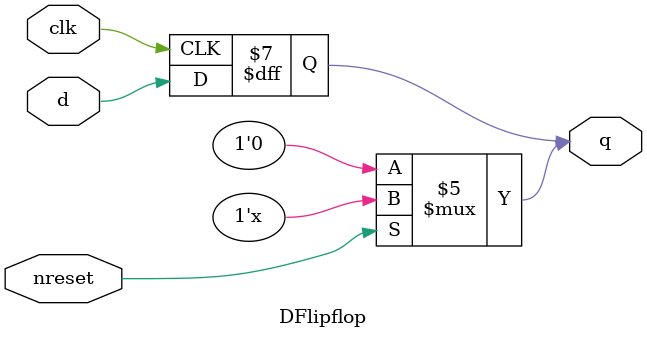
<source format=v>
`timescale 1ns / 1ns


module DFlipflop(
    output q,
    input clk,
    input nreset,
    input d
    );
    reg q;
    always @(posedge clk)
    begin
       q=d;
    end
    always @(*)
    begin
        if(!nreset)
            q = 0;
    end
endmodule

</source>
